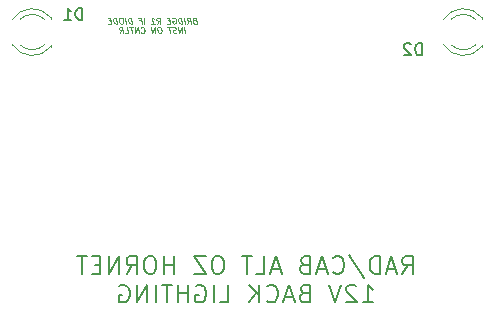
<source format=gbr>
%TF.GenerationSoftware,KiCad,Pcbnew,(6.0.11-0)*%
%TF.CreationDate,2023-11-06T17:50:52+10:00*%
%TF.ProjectId,GAUGE_Analog Instruments-12v,47415547-455f-4416-9e61-6c6f6720496e,rev?*%
%TF.SameCoordinates,Original*%
%TF.FileFunction,Legend,Bot*%
%TF.FilePolarity,Positive*%
%FSLAX46Y46*%
G04 Gerber Fmt 4.6, Leading zero omitted, Abs format (unit mm)*
G04 Created by KiCad (PCBNEW (6.0.11-0)) date 2023-11-06 17:50:52*
%MOMM*%
%LPD*%
G01*
G04 APERTURE LIST*
%ADD10C,0.200000*%
%ADD11C,0.100000*%
%ADD12C,0.150000*%
%ADD13C,0.120000*%
G04 APERTURE END LIST*
D10*
X193365515Y-99455645D02*
X193865515Y-98741359D01*
X194222657Y-99455645D02*
X194222657Y-97955645D01*
X193651229Y-97955645D01*
X193508372Y-98027074D01*
X193436943Y-98098502D01*
X193365515Y-98241359D01*
X193365515Y-98455645D01*
X193436943Y-98598502D01*
X193508372Y-98669931D01*
X193651229Y-98741359D01*
X194222657Y-98741359D01*
X192794086Y-99027074D02*
X192079800Y-99027074D01*
X192936943Y-99455645D02*
X192436943Y-97955645D01*
X191936943Y-99455645D01*
X191436943Y-99455645D02*
X191436943Y-97955645D01*
X191079800Y-97955645D01*
X190865515Y-98027074D01*
X190722657Y-98169931D01*
X190651229Y-98312788D01*
X190579800Y-98598502D01*
X190579800Y-98812788D01*
X190651229Y-99098502D01*
X190722657Y-99241359D01*
X190865515Y-99384216D01*
X191079800Y-99455645D01*
X191436943Y-99455645D01*
X188865515Y-97884216D02*
X190151229Y-99812788D01*
X187508372Y-99312788D02*
X187579800Y-99384216D01*
X187794086Y-99455645D01*
X187936943Y-99455645D01*
X188151229Y-99384216D01*
X188294086Y-99241359D01*
X188365515Y-99098502D01*
X188436943Y-98812788D01*
X188436943Y-98598502D01*
X188365515Y-98312788D01*
X188294086Y-98169931D01*
X188151229Y-98027074D01*
X187936943Y-97955645D01*
X187794086Y-97955645D01*
X187579800Y-98027074D01*
X187508372Y-98098502D01*
X186936943Y-99027074D02*
X186222657Y-99027074D01*
X187079800Y-99455645D02*
X186579800Y-97955645D01*
X186079800Y-99455645D01*
X185079800Y-98669931D02*
X184865515Y-98741359D01*
X184794086Y-98812788D01*
X184722657Y-98955645D01*
X184722657Y-99169931D01*
X184794086Y-99312788D01*
X184865515Y-99384216D01*
X185008372Y-99455645D01*
X185579800Y-99455645D01*
X185579800Y-97955645D01*
X185079800Y-97955645D01*
X184936943Y-98027074D01*
X184865515Y-98098502D01*
X184794086Y-98241359D01*
X184794086Y-98384216D01*
X184865515Y-98527074D01*
X184936943Y-98598502D01*
X185079800Y-98669931D01*
X185579800Y-98669931D01*
X183008372Y-99027074D02*
X182294086Y-99027074D01*
X183151229Y-99455645D02*
X182651229Y-97955645D01*
X182151229Y-99455645D01*
X180936943Y-99455645D02*
X181651229Y-99455645D01*
X181651229Y-97955645D01*
X180651229Y-97955645D02*
X179794086Y-97955645D01*
X180222657Y-99455645D02*
X180222657Y-97955645D01*
X177865515Y-97955645D02*
X177579800Y-97955645D01*
X177436943Y-98027074D01*
X177294086Y-98169931D01*
X177222657Y-98455645D01*
X177222657Y-98955645D01*
X177294086Y-99241359D01*
X177436943Y-99384216D01*
X177579800Y-99455645D01*
X177865515Y-99455645D01*
X178008372Y-99384216D01*
X178151229Y-99241359D01*
X178222657Y-98955645D01*
X178222657Y-98455645D01*
X178151229Y-98169931D01*
X178008372Y-98027074D01*
X177865515Y-97955645D01*
X176722657Y-97955645D02*
X175722657Y-97955645D01*
X176722657Y-99455645D01*
X175722657Y-99455645D01*
X174008372Y-99455645D02*
X174008372Y-97955645D01*
X174008372Y-98669931D02*
X173151229Y-98669931D01*
X173151229Y-99455645D02*
X173151229Y-97955645D01*
X172151229Y-97955645D02*
X171865515Y-97955645D01*
X171722657Y-98027074D01*
X171579800Y-98169931D01*
X171508372Y-98455645D01*
X171508372Y-98955645D01*
X171579800Y-99241359D01*
X171722657Y-99384216D01*
X171865515Y-99455645D01*
X172151229Y-99455645D01*
X172294086Y-99384216D01*
X172436943Y-99241359D01*
X172508372Y-98955645D01*
X172508372Y-98455645D01*
X172436943Y-98169931D01*
X172294086Y-98027074D01*
X172151229Y-97955645D01*
X170008372Y-99455645D02*
X170508372Y-98741359D01*
X170865515Y-99455645D02*
X170865515Y-97955645D01*
X170294086Y-97955645D01*
X170151229Y-98027074D01*
X170079800Y-98098502D01*
X170008372Y-98241359D01*
X170008372Y-98455645D01*
X170079800Y-98598502D01*
X170151229Y-98669931D01*
X170294086Y-98741359D01*
X170865515Y-98741359D01*
X169365515Y-99455645D02*
X169365515Y-97955645D01*
X168508372Y-99455645D01*
X168508372Y-97955645D01*
X167794086Y-98669931D02*
X167294086Y-98669931D01*
X167079800Y-99455645D02*
X167794086Y-99455645D01*
X167794086Y-97955645D01*
X167079800Y-97955645D01*
X166651229Y-97955645D02*
X165794086Y-97955645D01*
X166222657Y-99455645D02*
X166222657Y-97955645D01*
X190044086Y-101870645D02*
X190901229Y-101870645D01*
X190472657Y-101870645D02*
X190472657Y-100370645D01*
X190615515Y-100584931D01*
X190758372Y-100727788D01*
X190901229Y-100799216D01*
X189472657Y-100513502D02*
X189401229Y-100442074D01*
X189258372Y-100370645D01*
X188901229Y-100370645D01*
X188758372Y-100442074D01*
X188686943Y-100513502D01*
X188615515Y-100656359D01*
X188615515Y-100799216D01*
X188686943Y-101013502D01*
X189544086Y-101870645D01*
X188615515Y-101870645D01*
X188186943Y-100370645D02*
X187686943Y-101870645D01*
X187186943Y-100370645D01*
X185044086Y-101084931D02*
X184829800Y-101156359D01*
X184758372Y-101227788D01*
X184686943Y-101370645D01*
X184686943Y-101584931D01*
X184758372Y-101727788D01*
X184829800Y-101799216D01*
X184972657Y-101870645D01*
X185544086Y-101870645D01*
X185544086Y-100370645D01*
X185044086Y-100370645D01*
X184901229Y-100442074D01*
X184829800Y-100513502D01*
X184758372Y-100656359D01*
X184758372Y-100799216D01*
X184829800Y-100942074D01*
X184901229Y-101013502D01*
X185044086Y-101084931D01*
X185544086Y-101084931D01*
X184115515Y-101442074D02*
X183401229Y-101442074D01*
X184258372Y-101870645D02*
X183758372Y-100370645D01*
X183258372Y-101870645D01*
X181901229Y-101727788D02*
X181972657Y-101799216D01*
X182186943Y-101870645D01*
X182329800Y-101870645D01*
X182544086Y-101799216D01*
X182686943Y-101656359D01*
X182758372Y-101513502D01*
X182829800Y-101227788D01*
X182829800Y-101013502D01*
X182758372Y-100727788D01*
X182686943Y-100584931D01*
X182544086Y-100442074D01*
X182329800Y-100370645D01*
X182186943Y-100370645D01*
X181972657Y-100442074D01*
X181901229Y-100513502D01*
X181258372Y-101870645D02*
X181258372Y-100370645D01*
X180401229Y-101870645D02*
X181044086Y-101013502D01*
X180401229Y-100370645D02*
X181258372Y-101227788D01*
X177901229Y-101870645D02*
X178615515Y-101870645D01*
X178615515Y-100370645D01*
X177401229Y-101870645D02*
X177401229Y-100370645D01*
X175901229Y-100442074D02*
X176044086Y-100370645D01*
X176258372Y-100370645D01*
X176472657Y-100442074D01*
X176615515Y-100584931D01*
X176686943Y-100727788D01*
X176758372Y-101013502D01*
X176758372Y-101227788D01*
X176686943Y-101513502D01*
X176615515Y-101656359D01*
X176472657Y-101799216D01*
X176258372Y-101870645D01*
X176115515Y-101870645D01*
X175901229Y-101799216D01*
X175829800Y-101727788D01*
X175829800Y-101227788D01*
X176115515Y-101227788D01*
X175186943Y-101870645D02*
X175186943Y-100370645D01*
X175186943Y-101084931D02*
X174329800Y-101084931D01*
X174329800Y-101870645D02*
X174329800Y-100370645D01*
X173829800Y-100370645D02*
X172972657Y-100370645D01*
X173401229Y-101870645D02*
X173401229Y-100370645D01*
X172472657Y-101870645D02*
X172472657Y-100370645D01*
X171758372Y-101870645D02*
X171758372Y-100370645D01*
X170901229Y-101870645D01*
X170901229Y-100370645D01*
X169401229Y-100442074D02*
X169544086Y-100370645D01*
X169758372Y-100370645D01*
X169972657Y-100442074D01*
X170115515Y-100584931D01*
X170186943Y-100727788D01*
X170258372Y-101013502D01*
X170258372Y-101227788D01*
X170186943Y-101513502D01*
X170115515Y-101656359D01*
X169972657Y-101799216D01*
X169758372Y-101870645D01*
X169615515Y-101870645D01*
X169401229Y-101799216D01*
X169329800Y-101727788D01*
X169329800Y-101227788D01*
X169615515Y-101227788D01*
D11*
X175739637Y-77996359D02*
X175671184Y-78020169D01*
X175650351Y-78043978D01*
X175632494Y-78091597D01*
X175641422Y-78163026D01*
X175671184Y-78210645D01*
X175697970Y-78234454D01*
X175748565Y-78258264D01*
X175939041Y-78258264D01*
X175876541Y-77758264D01*
X175709875Y-77758264D01*
X175665232Y-77782074D01*
X175644398Y-77805883D01*
X175626541Y-77853502D01*
X175632494Y-77901121D01*
X175662256Y-77948740D01*
X175689041Y-77972550D01*
X175739637Y-77996359D01*
X175906303Y-77996359D01*
X175153327Y-78258264D02*
X175290232Y-78020169D01*
X175439041Y-78258264D02*
X175376541Y-77758264D01*
X175186065Y-77758264D01*
X175141422Y-77782074D01*
X175120589Y-77805883D01*
X175102732Y-77853502D01*
X175111660Y-77924931D01*
X175141422Y-77972550D01*
X175168208Y-77996359D01*
X175218803Y-78020169D01*
X175409279Y-78020169D01*
X174939041Y-78258264D02*
X174876541Y-77758264D01*
X174700946Y-78258264D02*
X174638446Y-77758264D01*
X174519398Y-77758264D01*
X174450946Y-77782074D01*
X174409279Y-77829693D01*
X174391422Y-77877312D01*
X174379517Y-77972550D01*
X174388446Y-78043978D01*
X174424160Y-78139216D01*
X174453922Y-78186835D01*
X174507494Y-78234454D01*
X174581898Y-78258264D01*
X174700946Y-78258264D01*
X173879517Y-77782074D02*
X173924160Y-77758264D01*
X173995589Y-77758264D01*
X174069994Y-77782074D01*
X174123565Y-77829693D01*
X174153327Y-77877312D01*
X174189041Y-77972550D01*
X174197970Y-78043978D01*
X174186065Y-78139216D01*
X174168208Y-78186835D01*
X174126541Y-78234454D01*
X174058089Y-78258264D01*
X174010470Y-78258264D01*
X173936065Y-78234454D01*
X173909279Y-78210645D01*
X173888446Y-78043978D01*
X173983684Y-78043978D01*
X173668208Y-77996359D02*
X173501541Y-77996359D01*
X173462851Y-78258264D02*
X173700946Y-78258264D01*
X173638446Y-77758264D01*
X173400351Y-77758264D01*
X172581898Y-78258264D02*
X172718803Y-78020169D01*
X172867613Y-78258264D02*
X172805113Y-77758264D01*
X172614637Y-77758264D01*
X172569994Y-77782074D01*
X172549160Y-77805883D01*
X172531303Y-77853502D01*
X172540232Y-77924931D01*
X172569994Y-77972550D01*
X172596779Y-77996359D01*
X172647375Y-78020169D01*
X172837851Y-78020169D01*
X172105708Y-78258264D02*
X172391422Y-78258264D01*
X172248565Y-78258264D02*
X172186065Y-77758264D01*
X172242613Y-77829693D01*
X172296184Y-77877312D01*
X172346779Y-77901121D01*
X171510470Y-78258264D02*
X171447970Y-77758264D01*
X171072970Y-77996359D02*
X171239637Y-77996359D01*
X171272375Y-78258264D02*
X171209875Y-77758264D01*
X170971779Y-77758264D01*
X170462851Y-78258264D02*
X170400351Y-77758264D01*
X170281303Y-77758264D01*
X170212851Y-77782074D01*
X170171184Y-77829693D01*
X170153327Y-77877312D01*
X170141422Y-77972550D01*
X170150351Y-78043978D01*
X170186065Y-78139216D01*
X170215827Y-78186835D01*
X170269398Y-78234454D01*
X170343803Y-78258264D01*
X170462851Y-78258264D01*
X169962851Y-78258264D02*
X169900351Y-77758264D01*
X169567017Y-77758264D02*
X169471779Y-77758264D01*
X169427137Y-77782074D01*
X169385470Y-77829693D01*
X169373565Y-77924931D01*
X169394398Y-78091597D01*
X169430113Y-78186835D01*
X169483684Y-78234454D01*
X169534279Y-78258264D01*
X169629517Y-78258264D01*
X169674160Y-78234454D01*
X169715827Y-78186835D01*
X169727732Y-78091597D01*
X169706898Y-77924931D01*
X169671184Y-77829693D01*
X169617613Y-77782074D01*
X169567017Y-77758264D01*
X169200946Y-78258264D02*
X169138446Y-77758264D01*
X169019398Y-77758264D01*
X168950946Y-77782074D01*
X168909279Y-77829693D01*
X168891422Y-77877312D01*
X168879517Y-77972550D01*
X168888446Y-78043978D01*
X168924160Y-78139216D01*
X168953922Y-78186835D01*
X169007494Y-78234454D01*
X169081898Y-78258264D01*
X169200946Y-78258264D01*
X168668208Y-77996359D02*
X168501541Y-77996359D01*
X168462851Y-78258264D02*
X168700946Y-78258264D01*
X168638446Y-77758264D01*
X168400351Y-77758264D01*
X174962851Y-79063264D02*
X174900351Y-78563264D01*
X174724756Y-79063264D02*
X174662256Y-78563264D01*
X174439041Y-79063264D01*
X174376541Y-78563264D01*
X174221779Y-79039454D02*
X174153327Y-79063264D01*
X174034279Y-79063264D01*
X173983684Y-79039454D01*
X173956898Y-79015645D01*
X173927137Y-78968026D01*
X173921184Y-78920407D01*
X173939041Y-78872788D01*
X173959875Y-78848978D01*
X174004517Y-78825169D01*
X174096779Y-78801359D01*
X174141422Y-78777550D01*
X174162256Y-78753740D01*
X174180113Y-78706121D01*
X174174160Y-78658502D01*
X174144398Y-78610883D01*
X174117613Y-78587074D01*
X174067017Y-78563264D01*
X173947970Y-78563264D01*
X173879517Y-78587074D01*
X173733684Y-78563264D02*
X173447970Y-78563264D01*
X173653327Y-79063264D02*
X173590827Y-78563264D01*
X172805113Y-78563264D02*
X172709875Y-78563264D01*
X172665232Y-78587074D01*
X172623565Y-78634693D01*
X172611660Y-78729931D01*
X172632494Y-78896597D01*
X172668208Y-78991835D01*
X172721779Y-79039454D01*
X172772375Y-79063264D01*
X172867613Y-79063264D01*
X172912256Y-79039454D01*
X172953922Y-78991835D01*
X172965827Y-78896597D01*
X172944994Y-78729931D01*
X172909279Y-78634693D01*
X172855708Y-78587074D01*
X172805113Y-78563264D01*
X172439041Y-79063264D02*
X172376541Y-78563264D01*
X172153327Y-79063264D01*
X172090827Y-78563264D01*
X171242613Y-79015645D02*
X171269398Y-79039454D01*
X171343803Y-79063264D01*
X171391422Y-79063264D01*
X171459875Y-79039454D01*
X171501541Y-78991835D01*
X171519398Y-78944216D01*
X171531303Y-78848978D01*
X171522375Y-78777550D01*
X171486660Y-78682312D01*
X171456898Y-78634693D01*
X171403327Y-78587074D01*
X171328922Y-78563264D01*
X171281303Y-78563264D01*
X171212851Y-78587074D01*
X171192017Y-78610883D01*
X171034279Y-79063264D02*
X170971779Y-78563264D01*
X170748565Y-79063264D01*
X170686065Y-78563264D01*
X170519398Y-78563264D02*
X170233684Y-78563264D01*
X170439041Y-79063264D02*
X170376541Y-78563264D01*
X169891422Y-79063264D02*
X170129517Y-79063264D01*
X170067017Y-78563264D01*
X169439041Y-79063264D02*
X169575946Y-78825169D01*
X169724756Y-79063264D02*
X169662256Y-78563264D01*
X169471779Y-78563264D01*
X169427137Y-78587074D01*
X169406303Y-78610883D01*
X169388446Y-78658502D01*
X169397375Y-78729931D01*
X169427137Y-78777550D01*
X169453922Y-78801359D01*
X169504517Y-78825169D01*
X169694994Y-78825169D01*
D12*
%TO.C,D1*%
X166253595Y-77936980D02*
X166253595Y-76936980D01*
X166015500Y-76936980D01*
X165872642Y-76984600D01*
X165777404Y-77079838D01*
X165729785Y-77175076D01*
X165682166Y-77365552D01*
X165682166Y-77508409D01*
X165729785Y-77698885D01*
X165777404Y-77794123D01*
X165872642Y-77889361D01*
X166015500Y-77936980D01*
X166253595Y-77936980D01*
X164729785Y-77936980D02*
X165301214Y-77936980D01*
X165015500Y-77936980D02*
X165015500Y-76936980D01*
X165110738Y-77079838D01*
X165205976Y-77175076D01*
X165301214Y-77222695D01*
%TO.C,D2*%
X195003595Y-80936980D02*
X195003595Y-79936980D01*
X194765500Y-79936980D01*
X194622642Y-79984600D01*
X194527404Y-80079838D01*
X194479785Y-80175076D01*
X194432166Y-80365552D01*
X194432166Y-80508409D01*
X194479785Y-80698885D01*
X194527404Y-80794123D01*
X194622642Y-80889361D01*
X194765500Y-80936980D01*
X195003595Y-80936980D01*
X194051214Y-80032219D02*
X194003595Y-79984600D01*
X193908357Y-79936980D01*
X193670261Y-79936980D01*
X193575023Y-79984600D01*
X193527404Y-80032219D01*
X193479785Y-80127457D01*
X193479785Y-80222695D01*
X193527404Y-80365552D01*
X194098833Y-80936980D01*
X193479785Y-80936980D01*
D13*
%TO.C,D1*%
X163580500Y-77748600D02*
X163580500Y-77904600D01*
X163580500Y-80064600D02*
X163580500Y-80220600D01*
X163061461Y-77904600D02*
G75*
G03*
X160979370Y-77904763I-1040961J-1080000D01*
G01*
X160348165Y-80063208D02*
G75*
G03*
X163580500Y-80220116I1672335J1078608D01*
G01*
X160979370Y-80064437D02*
G75*
G03*
X163061461Y-80064600I1041130J1079837D01*
G01*
X163580500Y-77749084D02*
G75*
G03*
X160348165Y-77905992I-1560000J-1235516D01*
G01*
%TO.C,D2*%
X200080500Y-77748600D02*
X200080500Y-77904600D01*
X200080500Y-80064600D02*
X200080500Y-80220600D01*
X199561461Y-77904600D02*
G75*
G03*
X197479370Y-77904763I-1040961J-1080000D01*
G01*
X200080500Y-77749084D02*
G75*
G03*
X196848165Y-77905992I-1560000J-1235516D01*
G01*
X197479370Y-80064437D02*
G75*
G03*
X199561461Y-80064600I1041130J1079837D01*
G01*
X196848165Y-80063208D02*
G75*
G03*
X200080500Y-80220116I1672335J1078608D01*
G01*
%TD*%
M02*

</source>
